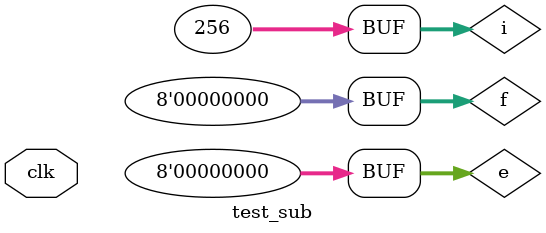
<source format=v>


`define REG_WIDTH   8
`define MEM_SIZE  256


// Top module defines the accessors and instantiates a sub-module with
// substantive content.

module t (/*AUTOARG*/
   // Inputs
   clk
   );
   input clk;

   `include "t_dpi_accessors_macros_inc.vh"
   `include "t_dpi_accessors_inc.vh"

   // Put the serious stuff in a sub-module, so we can check hierarchical
   // access works OK.
   test_sub i_test_sub (.clk (clk));

endmodule // t


// A sub-module with all sorts of goodies we would like to access

module test_sub (/*AUTOARG*/
   // Inputs
   clk
   );

   input                    clk;

   integer                  i;		// General counter

   // Elements we would like to access from outside
   reg 	                    a;
   reg [`REG_WIDTH - 1:0]   b;
   reg [`REG_WIDTH - 1:0]   mem [`MEM_SIZE - 1:0];
   wire 		    c;
   wire [`REG_WIDTH - 1:0]  d;
   reg [`REG_WIDTH - 1:0]   e;
   reg [`REG_WIDTH - 1:0]   f;

   // Drive our wires from our registers
   assign  c = ~a;
   assign  d = ~b;

   // Initial values for registers and array
   initial begin
      a = 0;
      b = `REG_WIDTH'h0;

      for (i = 0; i < `MEM_SIZE; i++) begin
	 mem[i] = i [`REG_WIDTH - 1:0];
      end

      e = 0;
      f = 0;
   end

   // Wipe out one memory cell in turn on the positive clock edge, restoring
   // the previous element. We toggle the wipeout value.
   always @(posedge clk) begin
      mem[b]     <= {`REG_WIDTH {a}};
      mem[b - 1] <= b - 1;
      a          <= ~a;
      b          <= b + 1;
   end

endmodule // test_sub

</source>
